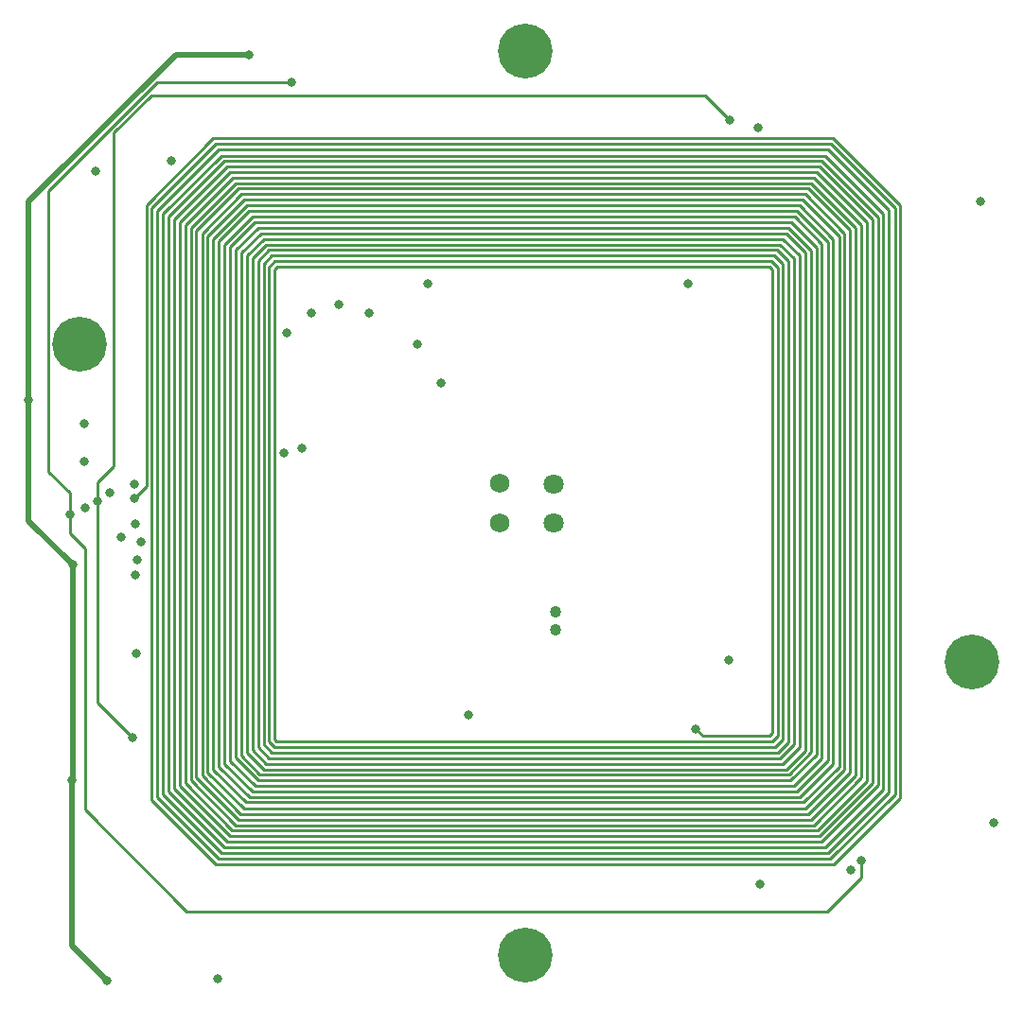
<source format=gbr>
%TF.GenerationSoftware,KiCad,Pcbnew,(5.1.10)-1*%
%TF.CreationDate,2022-11-13T15:12:26-08:00*%
%TF.ProjectId,-ZFace,2d5a4661-6365-42e6-9b69-6361645f7063,1.0*%
%TF.SameCoordinates,Original*%
%TF.FileFunction,Copper,L3,Inr*%
%TF.FilePolarity,Positive*%
%FSLAX46Y46*%
G04 Gerber Fmt 4.6, Leading zero omitted, Abs format (unit mm)*
G04 Created by KiCad (PCBNEW (5.1.10)-1) date 2022-11-13 15:12:26*
%MOMM*%
%LPD*%
G01*
G04 APERTURE LIST*
%TA.AperFunction,ComponentPad*%
%ADD10C,1.750000*%
%TD*%
%TA.AperFunction,ComponentPad*%
%ADD11C,1.800000*%
%TD*%
%TA.AperFunction,ComponentPad*%
%ADD12C,1.030000*%
%TD*%
%TA.AperFunction,ComponentPad*%
%ADD13C,4.900000*%
%TD*%
%TA.AperFunction,ViaPad*%
%ADD14C,0.800000*%
%TD*%
%TA.AperFunction,Conductor*%
%ADD15C,0.500000*%
%TD*%
%TA.AperFunction,Conductor*%
%ADD16C,0.250000*%
%TD*%
G04 APERTURE END LIST*
D10*
%TO.N,Net-(J8-Pad1)*%
%TO.C,J8*%
X158200000Y-83750000D03*
%TO.N,Net-(J8-Pad2)*%
X158200000Y-80250000D03*
%TD*%
D11*
%TO.N,Net-(J6-Pad2)*%
%TO.C,J7*%
X163000000Y-83800000D03*
%TO.N,Net-(J6-Pad1)*%
X163000000Y-80300000D03*
%TD*%
D12*
%TO.N,Net-(J6-Pad2)*%
%TO.C,J6*%
X163150000Y-93325000D03*
%TO.N,Net-(J6-Pad1)*%
X163150000Y-91775000D03*
%TD*%
D13*
%TO.N,Net-(J13-Pad1)*%
%TO.C,J13*%
X200450000Y-96250000D03*
%TD*%
%TO.N,Net-(J12-Pad1)*%
%TO.C,J12*%
X160500000Y-41550000D03*
%TD*%
%TO.N,Net-(J11-Pad1)*%
%TO.C,J11*%
X120550000Y-67750000D03*
%TD*%
%TO.N,Net-(J14-Pad1)*%
%TO.C,J14*%
X160500000Y-122450000D03*
%TD*%
D14*
%TO.N,GND*%
X121000000Y-78300000D03*
X124300000Y-85050000D03*
X121000000Y-74900000D03*
X152950000Y-71250000D03*
X139150000Y-66800000D03*
X125700000Y-95500000D03*
X132950000Y-124600000D03*
X178650000Y-96100000D03*
X150810000Y-67740000D03*
X202400000Y-110600000D03*
X155400000Y-100950000D03*
%TO.N,VSOLAR*%
X119950000Y-87500000D03*
X135725000Y-41875000D03*
X119925000Y-106775000D03*
X116050000Y-72800000D03*
X123000000Y-124750000D03*
%TO.N,3V3*%
X128800000Y-51350000D03*
X189600000Y-114850000D03*
X125575000Y-83875000D03*
X181300000Y-48400000D03*
%TO.N,Net-(D1-Pad1)*%
X151700000Y-62400000D03*
X175000000Y-62400000D03*
%TO.N,+MagZ*%
X175700000Y-102200000D03*
X125450000Y-80350000D03*
X125450000Y-81600000D03*
%TO.N,-MagY*%
X123250000Y-81050000D03*
X126100000Y-85500000D03*
X201150000Y-55000000D03*
%TO.N,+MagY*%
X122200000Y-81800000D03*
X125285000Y-102965000D03*
X178775000Y-47725000D03*
%TO.N,-MagX*%
X121050000Y-82450000D03*
X181465000Y-116135000D03*
X122050000Y-52250000D03*
%TO.N,+MagX*%
X119700000Y-83000000D03*
X139543205Y-44356795D03*
X190500000Y-114000000D03*
%TO.N,SCL4*%
X125750000Y-87100000D03*
X140500000Y-77100000D03*
%TO.N,SDA4*%
X125550000Y-88400000D03*
X138900000Y-77500000D03*
%TO.N,SCL5*%
X143814999Y-64224999D03*
%TO.N,SDA5*%
X146450000Y-64950000D03*
X141300000Y-64950000D03*
%TD*%
D15*
%TO.N,VSOLAR*%
X129175404Y-41875000D02*
X116050000Y-55000404D01*
X135725000Y-41875000D02*
X129175404Y-41875000D01*
X116050000Y-83600000D02*
X119950000Y-87500000D01*
X116050000Y-55000404D02*
X116050000Y-72800000D01*
X119950000Y-106750000D02*
X119925000Y-106775000D01*
X119950000Y-87500000D02*
X119950000Y-106750000D01*
X116050000Y-72800000D02*
X116050000Y-83600000D01*
X119925000Y-106775000D02*
X119925000Y-121625000D01*
X119925000Y-121625000D02*
X122950000Y-124650000D01*
D16*
%TO.N,+MagZ*%
X174050000Y-106300000D02*
X173900000Y-106300000D01*
X176250000Y-102750000D02*
X175700000Y-102200000D01*
X176250000Y-102800000D02*
X176250000Y-102750000D01*
X182300000Y-102800000D02*
X176250000Y-102800000D01*
X182550000Y-102550000D02*
X182300000Y-102800000D01*
X182300000Y-60850000D02*
X182550000Y-61100000D01*
X138300000Y-60850000D02*
X182300000Y-60850000D01*
X138050000Y-61100000D02*
X138300000Y-60850000D01*
X138050000Y-103150000D02*
X138050000Y-61100000D01*
X182550000Y-103300000D02*
X138200000Y-103300000D01*
X183050000Y-102800000D02*
X182550000Y-103300000D01*
X183050000Y-60900000D02*
X183050000Y-102800000D01*
X138050000Y-60350000D02*
X182500000Y-60350000D01*
X137500000Y-60900000D02*
X138050000Y-60350000D01*
X137500000Y-103300000D02*
X137500000Y-60900000D01*
X138050000Y-103850000D02*
X137500000Y-103300000D01*
X182800000Y-103850000D02*
X138050000Y-103850000D01*
X183500000Y-103150000D02*
X182800000Y-103850000D01*
X182750000Y-59850000D02*
X183500000Y-60600000D01*
X137800000Y-59850000D02*
X182750000Y-59850000D01*
X137050000Y-60600000D02*
X137800000Y-59850000D01*
X137800000Y-104350000D02*
X137050000Y-103600000D01*
X184000000Y-103400000D02*
X183050000Y-104350000D01*
X184000000Y-60350000D02*
X184000000Y-103400000D01*
X183000000Y-59350000D02*
X184000000Y-60350000D01*
X135550000Y-104350000D02*
X135550000Y-59850000D01*
X137050000Y-58350000D02*
X183500000Y-58350000D01*
X137050000Y-103600000D02*
X137050000Y-60600000D01*
X183800000Y-105850000D02*
X137050000Y-105850000D01*
X135550000Y-59850000D02*
X137050000Y-58350000D01*
X138200000Y-103300000D02*
X138050000Y-103150000D01*
X137550000Y-104850000D02*
X136550000Y-103850000D01*
X185500000Y-59550000D02*
X185500000Y-104150000D01*
X182500000Y-60350000D02*
X183050000Y-60900000D01*
X183500000Y-58350000D02*
X185000000Y-59850000D01*
X183800000Y-57850000D02*
X185500000Y-59550000D01*
X183050000Y-104350000D02*
X137800000Y-104350000D01*
X183250000Y-104850000D02*
X137550000Y-104850000D01*
X136800000Y-57850000D02*
X183800000Y-57850000D01*
X137300000Y-105350000D02*
X136050000Y-104100000D01*
X135050000Y-104650000D02*
X135050000Y-59600000D01*
X136550000Y-103850000D02*
X136550000Y-60350000D01*
X183500000Y-60600000D02*
X183500000Y-103150000D01*
X135050000Y-59600000D02*
X136800000Y-57850000D01*
X185000000Y-103850000D02*
X183500000Y-105350000D01*
X136700000Y-106300000D02*
X135050000Y-104650000D01*
X183500000Y-105350000D02*
X137300000Y-105350000D01*
X182550000Y-61100000D02*
X182550000Y-102550000D01*
X173900000Y-106300000D02*
X136700000Y-106300000D01*
X136050000Y-104100000D02*
X136050000Y-60050000D01*
X185000000Y-59850000D02*
X185000000Y-103850000D01*
X136050000Y-60050000D02*
X137250000Y-58850000D01*
X137050000Y-105850000D02*
X135550000Y-104350000D01*
X137250000Y-58850000D02*
X183250000Y-58850000D01*
X183250000Y-58850000D02*
X184500000Y-60100000D01*
X185500000Y-104150000D02*
X183800000Y-105850000D01*
X184500000Y-60100000D02*
X184500000Y-103600000D01*
X137550000Y-59350000D02*
X183000000Y-59350000D01*
X184500000Y-103600000D02*
X183250000Y-104850000D01*
X136550000Y-60350000D02*
X137550000Y-59350000D01*
X186050000Y-104300000D02*
X184050000Y-106300000D01*
X186050000Y-59400000D02*
X186050000Y-104300000D01*
X184000000Y-57350000D02*
X186050000Y-59400000D01*
X136550000Y-57350000D02*
X184000000Y-57350000D01*
X134550000Y-59350000D02*
X136550000Y-57350000D01*
X134550000Y-104800000D02*
X134550000Y-59350000D01*
X136600000Y-106850000D02*
X134550000Y-104800000D01*
X184200000Y-106850000D02*
X136600000Y-106850000D01*
X186500000Y-104550000D02*
X184200000Y-106850000D01*
X186500000Y-59150000D02*
X186500000Y-104550000D01*
X184250000Y-56900000D02*
X186500000Y-59150000D01*
X136250000Y-56900000D02*
X184250000Y-56900000D01*
X134050000Y-59100000D02*
X136250000Y-56900000D01*
X134050000Y-105100000D02*
X134050000Y-59100000D01*
X136300000Y-107350000D02*
X134050000Y-105100000D01*
X184500000Y-107350000D02*
X136300000Y-107350000D01*
X187000000Y-104850000D02*
X184500000Y-107350000D01*
X187000000Y-58800000D02*
X187000000Y-104850000D01*
X184550000Y-56350000D02*
X187000000Y-58800000D01*
X136050000Y-56350000D02*
X184550000Y-56350000D01*
X133550000Y-58850000D02*
X136050000Y-56350000D01*
X133550000Y-105350000D02*
X133550000Y-58850000D01*
X136050000Y-107850000D02*
X133550000Y-105350000D01*
X184750000Y-107850000D02*
X136050000Y-107850000D01*
X187550000Y-105050000D02*
X184750000Y-107850000D01*
X187550000Y-58650000D02*
X187550000Y-105050000D01*
X184750000Y-55850000D02*
X187550000Y-58650000D01*
X185800000Y-53850000D02*
X189500000Y-57550000D01*
X186600000Y-111300000D02*
X134250000Y-111300000D01*
X131000000Y-106550000D02*
X131000000Y-57650000D01*
X190000000Y-106350000D02*
X186000000Y-110350000D01*
X190000000Y-57350000D02*
X190000000Y-106350000D01*
X186000000Y-53350000D02*
X190000000Y-57350000D01*
X134550000Y-53350000D02*
X186000000Y-53350000D01*
X130550000Y-57350000D02*
X134550000Y-53350000D01*
X188000000Y-105400000D02*
X185050000Y-108350000D01*
X130550000Y-106850000D02*
X130550000Y-57350000D01*
X134550000Y-110850000D02*
X130550000Y-106850000D01*
X186300000Y-110850000D02*
X134550000Y-110850000D01*
X188550000Y-105600000D02*
X185350000Y-108800000D01*
X131000000Y-57650000D02*
X134800000Y-53850000D01*
X190550000Y-106600000D02*
X186300000Y-110850000D01*
X176350000Y-52350000D02*
X176500000Y-52350000D01*
X135800000Y-108350000D02*
X133050000Y-105600000D01*
X186000000Y-110350000D02*
X134800000Y-110350000D01*
X190550000Y-57150000D02*
X190550000Y-106600000D01*
X185500000Y-109350000D02*
X135300000Y-109350000D01*
X134800000Y-53850000D02*
X185800000Y-53850000D01*
X191000000Y-56850000D02*
X191000000Y-106900000D01*
X176350000Y-52350000D02*
X186500000Y-52350000D01*
X133050000Y-105600000D02*
X133050000Y-58550000D01*
X134800000Y-110350000D02*
X131000000Y-106550000D01*
X191000000Y-106900000D02*
X186600000Y-111300000D01*
X189500000Y-57550000D02*
X189500000Y-106100000D01*
X184050000Y-106300000D02*
X173900000Y-106300000D01*
X189000000Y-57850000D02*
X189000000Y-105850000D01*
X134250000Y-111300000D02*
X130050000Y-107100000D01*
X189000000Y-105850000D02*
X185500000Y-109350000D01*
X186500000Y-52350000D02*
X191000000Y-56850000D01*
X135500000Y-108800000D02*
X132550000Y-105850000D01*
X130050000Y-107100000D02*
X130050000Y-57100000D01*
X188000000Y-58350000D02*
X188000000Y-105400000D01*
X134300000Y-52850000D02*
X186250000Y-52850000D01*
X130050000Y-57100000D02*
X134300000Y-52850000D01*
X186250000Y-52850000D02*
X190550000Y-57150000D01*
X189500000Y-106100000D02*
X185750000Y-109850000D01*
X185750000Y-109850000D02*
X135000000Y-109850000D01*
X135000000Y-109850000D02*
X131550000Y-106400000D01*
X131550000Y-106400000D02*
X131550000Y-57850000D01*
X131550000Y-57850000D02*
X135050000Y-54350000D01*
X135050000Y-54350000D02*
X185500000Y-54350000D01*
X185500000Y-54350000D02*
X189000000Y-57850000D01*
X135300000Y-109350000D02*
X132050000Y-106100000D01*
X132050000Y-106100000D02*
X132050000Y-58100000D01*
X132050000Y-58100000D02*
X135300000Y-54850000D01*
X135300000Y-54850000D02*
X185250000Y-54850000D01*
X185250000Y-54850000D02*
X188550000Y-58150000D01*
X188550000Y-58150000D02*
X188550000Y-105600000D01*
X185350000Y-108800000D02*
X135500000Y-108800000D01*
X132550000Y-105850000D02*
X132550000Y-58350000D01*
X132550000Y-58350000D02*
X135550000Y-55350000D01*
X135550000Y-55350000D02*
X185000000Y-55350000D01*
X185000000Y-55350000D02*
X188000000Y-58350000D01*
X185050000Y-108350000D02*
X135800000Y-108350000D01*
X133050000Y-58550000D02*
X135750000Y-55850000D01*
X135750000Y-55850000D02*
X184750000Y-55850000D01*
X129550000Y-56850000D02*
X134050000Y-52350000D01*
X134000000Y-111800000D02*
X129550000Y-107350000D01*
X186750000Y-51850000D02*
X191500000Y-56600000D01*
X134050000Y-52350000D02*
X176350000Y-52350000D01*
X133800000Y-51850000D02*
X186750000Y-51850000D01*
X129550000Y-107350000D02*
X129550000Y-56850000D01*
X129050000Y-56600000D02*
X133800000Y-51850000D01*
X186800000Y-111800000D02*
X134000000Y-111800000D01*
X129050000Y-107600000D02*
X129050000Y-56600000D01*
X187300000Y-50900000D02*
X192500000Y-56100000D01*
X192500000Y-56100000D02*
X192500000Y-107650000D01*
X192500000Y-107650000D02*
X187300000Y-112850000D01*
X187300000Y-112850000D02*
X133550000Y-112850000D01*
X133550000Y-112850000D02*
X128550000Y-107850000D01*
X128550000Y-107850000D02*
X128550000Y-56350000D01*
X128550000Y-56350000D02*
X133550000Y-51350000D01*
X192050000Y-56400000D02*
X192050000Y-107250000D01*
X133550000Y-51350000D02*
X187000000Y-51350000D01*
X191500000Y-56600000D02*
X191500000Y-107100000D01*
X192050000Y-107250000D02*
X186950000Y-112350000D01*
X186950000Y-112350000D02*
X133800000Y-112350000D01*
X187000000Y-51350000D02*
X192050000Y-56400000D01*
X191500000Y-107100000D02*
X186800000Y-111800000D01*
X133800000Y-112350000D02*
X129050000Y-107600000D01*
X187300000Y-50900000D02*
X177050000Y-50900000D01*
X177300000Y-50900000D02*
X177050000Y-50900000D01*
X126550000Y-55350000D02*
X126550000Y-79250000D01*
X188000000Y-49350000D02*
X132550000Y-49350000D01*
X194000000Y-108400000D02*
X194000000Y-55350000D01*
X132800000Y-114350000D02*
X188050000Y-114350000D01*
X188050000Y-114350000D02*
X194000000Y-108400000D01*
X127050000Y-108600000D02*
X132800000Y-114350000D01*
X127050000Y-55550000D02*
X127050000Y-108600000D01*
X193550000Y-55600000D02*
X187800000Y-49850000D01*
X132550000Y-49350000D02*
X126550000Y-55350000D01*
X187800000Y-49850000D02*
X132750000Y-49850000D01*
X177050000Y-50900000D02*
X133250000Y-50900000D01*
X132750000Y-49850000D02*
X127050000Y-55550000D01*
X187550000Y-113350000D02*
X193000000Y-107900000D01*
X193000000Y-107900000D02*
X193000000Y-55800000D01*
X133250000Y-50900000D02*
X128050000Y-56100000D01*
X194000000Y-55350000D02*
X188000000Y-49350000D01*
X128050000Y-56100000D02*
X128050000Y-108100000D01*
X128050000Y-108100000D02*
X133300000Y-113350000D01*
X187750000Y-113850000D02*
X193550000Y-108050000D01*
X133300000Y-113350000D02*
X187550000Y-113350000D01*
X133050000Y-50350000D02*
X127550000Y-55850000D01*
X193000000Y-55800000D02*
X187550000Y-50350000D01*
X133050000Y-113850000D02*
X187750000Y-113850000D01*
X187550000Y-50350000D02*
X133050000Y-50350000D01*
X127550000Y-55850000D02*
X127550000Y-108350000D01*
X193550000Y-108050000D02*
X193550000Y-55600000D01*
X127550000Y-108350000D02*
X133050000Y-113850000D01*
X126550000Y-80500000D02*
X125450000Y-81600000D01*
X126550000Y-79250000D02*
X126550000Y-80500000D01*
%TO.N,+MagY*%
X122200000Y-99880000D02*
X125285000Y-102965000D01*
X122200000Y-81800000D02*
X122200000Y-99880000D01*
X122200000Y-81800000D02*
X122200000Y-80150000D01*
X122200000Y-80150000D02*
X123650000Y-78700000D01*
X123650000Y-78700000D02*
X123650000Y-48850000D01*
X123650000Y-48850000D02*
X127025000Y-45475000D01*
X171325000Y-45475000D02*
X176525000Y-45475000D01*
X127025000Y-45475000D02*
X171325000Y-45475000D01*
X176525000Y-45475000D02*
X178750000Y-47700000D01*
%TO.N,+MagX*%
X119700000Y-83000000D02*
X119700000Y-81100000D01*
X117774999Y-79174999D02*
X117774999Y-54088591D01*
X119700000Y-81100000D02*
X117774999Y-79174999D01*
X127506795Y-44356795D02*
X139543205Y-44356795D01*
X117774999Y-54088591D02*
X127506795Y-44356795D01*
X139543205Y-44356795D02*
X139543205Y-44356795D01*
X190500000Y-114000000D02*
X190500000Y-114000000D01*
X190500000Y-115557002D02*
X190500000Y-114000000D01*
X121050000Y-109473002D02*
X130138499Y-118561501D01*
X187495501Y-118561501D02*
X190500000Y-115557002D01*
X121050000Y-86100000D02*
X121050000Y-109473002D01*
X119700000Y-84750000D02*
X121050000Y-86100000D01*
X130138499Y-118561501D02*
X187495501Y-118561501D01*
X119700000Y-83000000D02*
X119700000Y-84750000D01*
%TD*%
M02*

</source>
